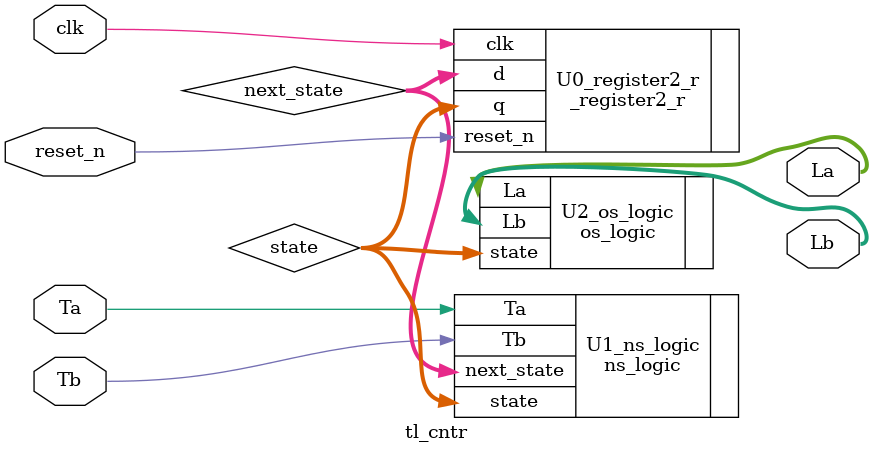
<source format=v>

module tl_cntr(clk,reset_n,Ta,Tb,La,Lb); //Module of Traffic light controller
	input clk,reset_n,Ta,Tb; //clk : clock pulse; //reset_n : reset switch; //Ta,Tb : Traffic
	output [1:0] La; //Light A
	output [1:0] Lb; //Light B
	
	wire [1:0] next_state; //next state
	wire [1:0] state; //current state
		
	_register2_r U0_register2_r(.clk(clk),.reset_n(reset_n),.d(next_state),.q(state)); //store state in register
	ns_logic U1_ns_logic(.Ta(Ta),.Tb(Tb),.state(state),.next_state(next_state)); //operate next state
	os_logic U2_os_logic(.state(state),.La(La),.Lb(Lb)); //output state

endmodule //End of module
</source>
